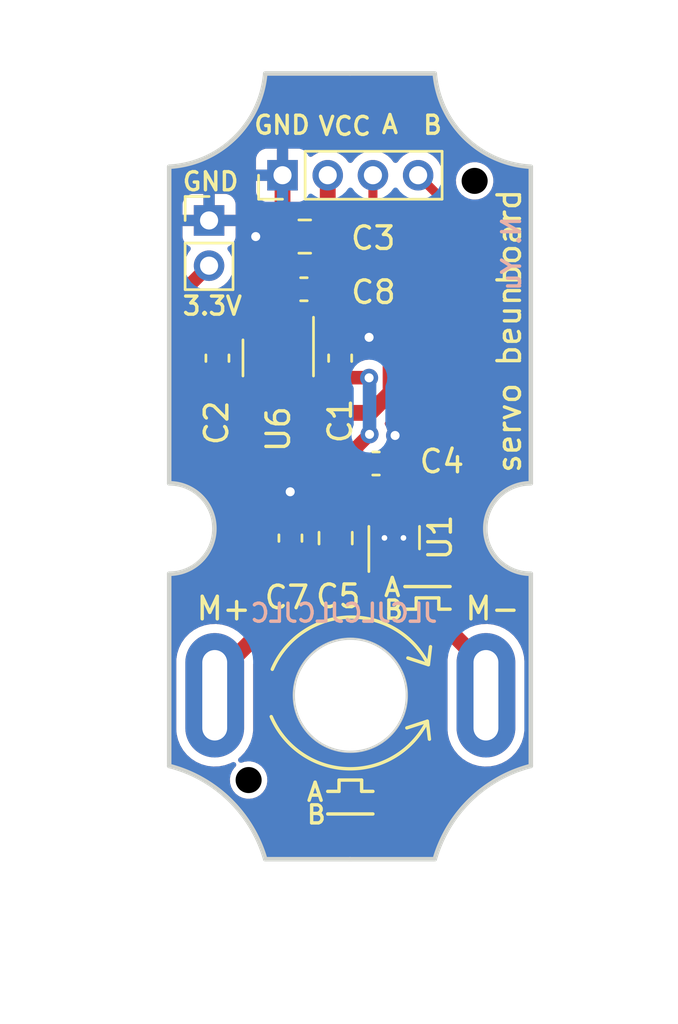
<source format=kicad_pcb>
(kicad_pcb (version 20221018) (generator pcbnew)
  (title_block (title "Servo Controller") (date "2023-05-01") (rev "v1"))
  (layers (0 "F.Cu" signal) (31 "B.Cu" signal) (34 "B.Paste" user) (35 "F.Paste" user) (36 "B.SilkS" user "B.Silkscreen") (37 "F.SilkS" user "F.Silkscreen") (38 "B.Mask" user) (39 "F.Mask" user) (44 "Edge.Cuts" user))
  (net 0 "")
  (net 1 "+3.3V")
  (net 2 "GND")
  (net 3 "VCC")
  (net 4 "Net-(U6-BYP)")
  (net 5 "/MOTOR_B")
  (net 6 "/MOTOR_A")
  (net 7 "Net-(M1-+)")
  (net 8 "Net-(M1--)")
  (footprint "Capacitor_SMD:C_0805_2012Metric_Pad1.18x1.45mm_HandSolder" (layer "F.Cu") (at 98.89 50.51)
    (fp_text reference "C3" (at 3.0275 0.07) (layer "F.SilkS"))
    (fp_text value "22uF")
    (fp_line (start -0.261252 -0.735) (end 0.261252 -0.735) (stroke (width 0.12)) (layer "F.SilkS"))
    (fp_line (start -0.261252 0.735) (end 0.261252 0.735) (stroke (width 0.12)) (layer "F.SilkS"))
    (pad "1" smd roundrect (at -1.0375 0) (size 1.175 1.45) (layers "F.Cu" "F.Paste" "F.Mask") (roundrect_rratio 0.2127659574) (net 2 "GND"))
    (pad "2" smd roundrect (at 1.0375 0) (size 1.175 1.45) (layers "F.Cu" "F.Paste" "F.Mask") (roundrect_rratio 0.2127659574) (net 3 "VCC"))
  )
  (footprint "Capacitor_SMD:C_0805_2012Metric_Pad1.18x1.45mm_HandSolder" (layer "F.Cu") (at 100.255878 63.847062 -90)
    (fp_text reference "C5" (at 2.572938 -0.114122) (layer "F.SilkS"))
    (fp_text value "10uF")
    (fp_line (start -0.261252 -0.735) (end 0.261252 -0.735) (stroke (width 0.12)) (layer "F.SilkS"))
    (fp_line (start -0.261252 0.735) (end 0.261252 0.735) (stroke (width 0.12)) (layer "F.SilkS"))
    (pad "1" smd roundrect (at -1.0375 0 270) (size 1.175 1.45) (layers "F.Cu" "F.Paste" "F.Mask") (roundrect_rratio 0.2127659574) (net 2 "GND"))
    (pad "2" smd roundrect (at 1.0375 0 270) (size 1.175 1.45) (layers "F.Cu" "F.Paste" "F.Mask") (roundrect_rratio 0.2127659574) (net 3 "VCC"))
  )
  (footprint "Capacitor_SMD:C_0603_1608Metric_Pad1.08x0.95mm_HandSolder" (layer "F.Cu") (at 100.455878 55.887062 90)
    (fp_text reference "C1" (at -2.7775 0 90) (layer "F.SilkS"))
    (fp_text value "1uF")
    (fp_line (start -0.146267 -0.51) (end 0.146267 -0.51) (stroke (width 0.12)) (layer "F.SilkS"))
    (fp_line (start -0.146267 0.51) (end 0.146267 0.51) (stroke (width 0.12)) (layer "F.SilkS"))
    (pad "1" smd roundrect (at -0.8625 0 90) (size 1.075 0.95) (layers "F.Cu" "F.Paste" "F.Mask") (net 1 "+3.3V"))
    (pad "2" smd roundrect (at 0.8625 0 90) (size 1.075 0.95) (layers "F.Cu" "F.Paste" "F.Mask") (net 2 "GND"))
  )
  (footprint "Package_SON:WSON-8-1EP_2x2mm_P0.5mm_EP0.9x1.6mm" (layer "F.Cu") (at 102.845878 63.827062 90)
    (fp_text reference "U1" (at 0.01 2.03 90) (layer "F.SilkS"))
    (fp_text value "DRV8212DSG")
    (fp_line (start -1.5 -1.12) (end 0.5 -1.12) (stroke (width 0.12)) (layer "F.SilkS"))
    (fp_line (start 0.5 1.12) (end -0.5 1.12) (stroke (width 0.12)) (layer "F.SilkS"))
    (pad "1" smd rect (at -0.95 -0.75 90) (size 0.5 0.25) (layers "F.Cu" "F.Paste" "F.Mask") (net 3 "VCC"))
    (pad "2" smd rect (at -0.95 -0.25 90) (size 0.5 0.25) (layers "F.Cu" "F.Paste" "F.Mask") (net 7 "Net-(M1-+)"))
    (pad "3" smd rect (at -0.95 0.25 90) (size 0.5 0.25) (layers "F.Cu" "F.Paste" "F.Mask") (net 8 "Net-(M1--)"))
    (pad "4" smd rect (at -0.95 0.75 90) (size 0.5 0.25) (layers "F.Cu" "F.Paste" "F.Mask") (net 2 "GND"))
    (pad "5" smd rect (at 0.95 0.75 90) (size 0.5 0.25) (layers "F.Cu" "F.Paste" "F.Mask") (net 5 "/MOTOR_B"))
    (pad "6" smd rect (at 0.95 0.25 90) (size 0.5 0.25) (layers "F.Cu" "F.Paste" "F.Mask") (net 6 "/MOTOR_A"))
    (pad "7" smd rect (at 0.95 -0.25 90) (size 0.5 0.25) (layers "F.Cu" "F.Paste" "F.Mask") (net 2 "GND"))
    (pad "8" smd rect (at 0.95 -0.75 90) (size 0.5 0.25) (layers "F.Cu" "F.Paste" "F.Mask") (net 1 "+3.3V"))
    (pad "9" smd rect (at 0 0 90) (size 0.9 1.6) (layers "F.Cu" "F.Mask") (net 2 "GND"))
  )
  (footprint "Capacitor_SMD:C_0603_1608Metric_Pad1.08x0.95mm_HandSolder" (layer "F.Cu") (at 98.8525 52.84 180)
    (fp_text reference "C8" (at -3.0775 -0.13) (layer "F.SilkS"))
    (fp_text value "1uF")
    (fp_line (start -0.146267 -0.51) (end 0.146267 -0.51) (stroke (width 0.12)) (layer "F.SilkS"))
    (fp_line (start -0.146267 0.51) (end 0.146267 0.51) (stroke (width 0.12)) (layer "F.SilkS"))
    (pad "1" smd roundrect (at -0.8625 0 180) (size 1.075 0.95) (layers "F.Cu" "F.Paste" "F.Mask") (net 3 "VCC"))
    (pad "2" smd roundrect (at 0.8625 0 180) (size 1.075 0.95) (layers "F.Cu" "F.Paste" "F.Mask") (net 2 "GND"))
  )
  (footprint "Connector_PinHeader_2.00mm:PinHeader_1x04_P2.00mm_Vertical" (layer "F.Cu") (at 97.905878 47.797062 90)
    (fp_text reference "J2" hide)
    (fp_text value "SERVO_INPUT")
    (fp_line (start -1.06 -1.06) (end 0 -1.06) (stroke (width 0.12)) (layer "F.SilkS"))
    (fp_line (start -1.06 0) (end -1.06 -1.06) (stroke (width 0.12)) (layer "F.SilkS"))
    (fp_line (start -1.06 1) (end -1.06 7.06) (stroke (width 0.12)) (layer "F.SilkS"))
    (fp_line (start -1.06 1) (end 1.06 1) (stroke (width 0.12)) (layer "F.SilkS"))
    (fp_line (start -1.06 7.06) (end 1.06 7.06) (stroke (width 0.12)) (layer "F.SilkS"))
    (fp_line (start 1.06 1) (end 1.06 7.06) (stroke (width 0.12)) (layer "F.SilkS"))
    (pad "1" thru_hole rect (at 0 0 90) (size 1.35 1.35) (drill 0.8) (layers "*.Cu" "*.Mask") (net 2 "GND"))
    (pad "2" thru_hole oval (at 0 2 90) (size 1.35 1.35) (drill 0.8) (layers "*.Cu" "*.Mask") (net 3 "VCC"))
    (pad "3" thru_hole oval (at 0 4 90) (size 1.35 1.35) (drill 0.8) (layers "*.Cu" "*.Mask") (net 6 "/MOTOR_A"))
    (pad "4" thru_hole oval (at 0 6 90) (size 1.35 1.35) (drill 0.8) (layers "*.Cu" "*.Mask") (net 5 "/MOTOR_B"))
  )
  (footprint "Capacitor_SMD:C_0603_1608Metric_Pad1.08x0.95mm_HandSolder" (layer "F.Cu") (at 102.043378 60.547062 180)
    (fp_text reference "C4" (at -2.9125 0.09) (layer "F.SilkS"))
    (fp_text value "100nF")
    (fp_line (start -0.146267 -0.51) (end 0.146267 -0.51) (stroke (width 0.12)) (layer "F.SilkS"))
    (fp_line (start -0.146267 0.51) (end 0.146267 0.51) (stroke (width 0.12)) (layer "F.SilkS"))
    (pad "1" smd roundrect (at -0.8625 0 180) (size 1.075 0.95) (layers "F.Cu" "F.Paste" "F.Mask") (net 2 "GND"))
    (pad "2" smd roundrect (at 0.8625 0 180) (size 1.075 0.95) (layers "F.Cu" "F.Paste" "F.Mask") (net 1 "+3.3V"))
  )
  (footprint "Package_TO_SOT_SMD:SOT-23-5" (layer "F.Cu") (at 97.715878 55.877062 -90)
    (fp_text reference "U6" (at 3.15 0 90) (layer "F.SilkS"))
    (fp_text value "SPX5205M5-L-3.3")
    (fp_line (start 0 -1.56) (end -1.8 -1.56) (stroke (width 0.12)) (layer "F.SilkS"))
    (fp_line (start 0 -1.56) (end 0.8 -1.56) (stroke (width 0.12)) (layer "F.SilkS"))
    (fp_line (start 0 1.56) (end -0.8 1.56) (stroke (width 0.12)) (layer "F.SilkS"))
    (fp_line (start 0 1.56) (end 0.8 1.56) (stroke (width 0.12)) (layer "F.SilkS"))
    (pad "1" smd roundrect (at -1.1375 -0.95 270) (size 1.325 0.6) (layers "F.Cu" "F.Paste" "F.Mask") (net 3 "VCC"))
    (pad "2" smd roundrect (at -1.1375 0 270) (size 1.325 0.6) (layers "F.Cu" "F.Paste" "F.Mask") (net 2 "GND"))
    (pad "3" smd roundrect (at -1.1375 0.95 270) (size 1.325 0.6) (layers "F.Cu" "F.Paste" "F.Mask") (net 3 "VCC"))
    (pad "4" smd roundrect (at 1.1375 0.95 270) (size 1.325 0.6) (layers "F.Cu" "F.Paste" "F.Mask") (net 4 "Net-(U6-BYP)"))
    (pad "5" smd roundrect (at 1.1375 -0.95 270) (size 1.325 0.6) (layers "F.Cu" "F.Paste" "F.Mask") (net 1 "+3.3V"))
  )
  (footprint "servo-hacking:JLC_ToolingHole" (layer "F.Cu") (at 96.405878 74.547062)
    (fp_text reference "H1" hide)
    (fp_text value "MountingHole")
    (pad "" np_thru_hole circle (at 0 0) (size 1.3 1.3) (drill 1.152) (layers "*.Mask"))
  )
  (footprint "Capacitor_SMD:C_0603_1608Metric_Pad1.08x0.95mm_HandSolder" (layer "F.Cu") (at 98.255878 63.847062 -90)
    (fp_text reference "C7" (at 2.622938 0.155878 -180) (layer "F.SilkS"))
    (fp_text value "100nF")
    (fp_line (start -0.146267 -0.51) (end 0.146267 -0.51) (stroke (width 0.12)) (layer "F.SilkS"))
    (fp_line (start -0.146267 0.51) (end 0.146267 0.51) (stroke (width 0.12)) (layer "F.SilkS"))
    (pad "1" smd roundrect (at -0.8625 0 270) (size 1.075 0.95) (layers "F.Cu" "F.Paste" "F.Mask") (net 2 "GND"))
    (pad "2" smd roundrect (at 0.8625 0 270) (size 1.075 0.95) (layers "F.Cu" "F.Paste" "F.Mask") (net 3 "VCC"))
  )
  (footprint "Connector_PinHeader_2.00mm:PinHeader_1x02_P2.00mm_Vertical" (layer "F.Cu") (at 94.655878 49.797062)
    (fp_text reference "J1" hide)
    (fp_text value "ANGLE_SENSOR")
    (fp_line (start -1.06 -1.06) (end 0 -1.06) (stroke (width 0.12)) (layer "F.SilkS"))
    (fp_line (start -1.06 0) (end -1.06 -1.06) (stroke (width 0.12)) (layer "F.SilkS"))
    (fp_line (start -1.06 1) (end -1.06 3.06) (stroke (width 0.12)) (layer "F.SilkS"))
    (fp_line (start -1.06 1) (end 1.06 1) (stroke (width 0.12)) (layer "F.SilkS"))
    (fp_line (start -1.06 3.06) (end 1.06 3.06) (stroke (width 0.12)) (layer "F.SilkS"))
    (fp_line (start 1.06 1) (end 1.06 3.06) (stroke (width 0.12)) (layer "F.SilkS"))
    (pad "1" thru_hole rect (at 0 0) (size 1.35 1.35) (drill 0.8) (layers "*.Cu" "*.Mask") (net 2 "GND"))
    (pad "2" thru_hole oval (at 0 2) (size 1.35 1.35) (drill 0.8) (layers "*.Cu" "*.Mask") (net 1 "+3.3V"))
  )
  (footprint "servo-hacking:JLC_ToolingHole" (layer "F.Cu") (at 106.405878 48.047062)
    (fp_text reference "H2" hide)
    (fp_text value "MountingHole")
    (pad "" np_thru_hole circle (at 0 0) (size 1.3 1.3) (drill 1.152) (layers "*.Mask"))
  )
  (footprint "servo-hacking:MOTOR_RK-130SH" (layer "F.Cu") (at 100.905878 70.797062)
    (fp_text reference "M1" hide)
    (fp_text value "Motor_DC")
    (fp_circle (center 0 0) (end 2.5 0) (stroke (width 0.1)) (fill none) (layer "Edge.Cuts"))
    (pad "1" thru_hole oval (at -6 0) (size 2.6 5.5) (drill oval 1.1 4) (layers "*.Cu" "*.Mask") (net 7 "Net-(M1-+)"))
    (pad "2" thru_hole oval (at 6 0) (size 2.6 5.5) (drill oval 1.1 4) (layers "*.Cu" "*.Mask") (net 8 "Net-(M1--)"))
  )
  (footprint "Capacitor_SMD:C_0603_1608Metric_Pad1.08x0.95mm_HandSolder" (layer "F.Cu") (at 95.025878 55.889562 -90)
    (fp_text reference "C2" (at 2.8575 0.04 90) (layer "F.SilkS"))
    (fp_text value "10nF")
    (fp_line (start -0.146267 -0.51) (end 0.146267 -0.51) (stroke (width 0.12)) (layer "F.SilkS"))
    (fp_line (start -0.146267 0.51) (end 0.146267 0.51) (stroke (width 0.12)) (layer "F.SilkS"))
    (pad "1" smd roundrect (at -0.8625 0 270) (size 1.075 0.95) (layers "F.Cu" "F.Paste" "F.Mask") (net 3 "VCC"))
    (pad "2" smd roundrect (at 0.8625 0 270) (size 1.075 0.95) (layers "F.Cu" "F.Paste" "F.Mask") (net 4 "Net-(U6-BYP)"))
  )
  (gr_line (start 103.82 66.99) (end 103.82 66.49) (stroke (width 0.15)) (layer "F.SilkS"))
  (gr_line (start 104.311755 71.943755) (end 104.405878 72.740817) (stroke (width 0.15)) (layer "F.SilkS"))
  (gr_line (start 99.905878 76.047062) (end 101.905878 76.047062) (stroke (width 0.15)) (layer "F.SilkS"))
  (gr_arc (start 104.311755 71.943755) (mid 100.794027 74.04706) (end 97.405879 71.740817) (stroke (width 0.15)) (layer "F.SilkS"))
  (gr_line (start 100.405878 74.547062) (end 101.405878 74.547062) (stroke (width 0.15)) (layer "F.SilkS"))
  (gr_line (start 100.405878 75.047062) (end 100.405878 74.547062) (stroke (width 0.15)) (layer "F.SilkS"))
  (gr_line (start 101.405878 75.047062) (end 101.905878 75.047062) (stroke (width 0.15)) (layer "F.SilkS"))
  (gr_line (start 103.82 66.49) (end 104.82 66.49) (stroke (width 0.15)) (layer "F.SilkS"))
  (gr_line (start 103.32 66.99) (end 103.82 66.99) (stroke (width 0.15)) (layer "F.SilkS"))
  (gr_line (start 104.358816 69.445593) (end 103.452939 69.148531) (stroke (width 0.15)) (layer "F.SilkS"))
  (gr_line (start 104.311755 71.943755) (end 103.405878 72.240817) (stroke (width 0.15)) (layer "F.SilkS"))
  (gr_line (start 104.358816 69.445593) (end 104.452939 68.648531) (stroke (width 0.15)) (layer "F.SilkS"))
  (gr_arc (start 97.45294 69.648531) (mid 100.841087 67.342288) (end 104.358816 69.445593) (stroke (width 0.15)) (layer "F.SilkS"))
  (gr_line (start 101.405878 74.547062) (end 101.405878 75.047062) (stroke (width 0.15)) (layer "F.SilkS"))
  (gr_line (start 104.82 66.49) (end 104.82 66.99) (stroke (width 0.15)) (layer "F.SilkS"))
  (gr_line (start 103.32 65.99) (end 105.32 65.99) (stroke (width 0.15)) (layer "F.SilkS"))
  (gr_line (start 104.82 66.99) (end 105.32 66.99) (stroke (width 0.15)) (layer "F.SilkS"))
  (gr_line (start 99.905878 75.047062) (end 100.405878 75.047062) (stroke (width 0.15)) (layer "F.SilkS"))
  (gr_line (start 100.891311 43.297062) (end 104.641311 43.297062) (stroke (width 0.2)) (layer "Edge.Cuts"))
  (gr_arc (start 92.891311 61.422062) (mid 94.891278 63.422062) (end 92.891311 65.422062) (stroke (width 0.2)) (layer "Edge.Cuts"))
  (gr_line (start 100.891311 43.297062) (end 97.141311 43.297062) (stroke (width 0.2)) (layer "Edge.Cuts"))
  (gr_arc (start 104.641311 78.047062) (mid 106.21871 75.420357) (end 108.891311 73.922062) (stroke (width 0.2)) (layer "Edge.Cuts"))
  (gr_arc (start 108.891311 65.422062) (mid 106.891278 63.422062) (end 108.891311 61.422062) (stroke (width 0.2)) (layer "Edge.Cuts"))
  (gr_line (start 100.891311 78.047062) (end 104.641311 78.047062) (stroke (width 0.2)) (layer "Edge.Cuts"))
  (gr_line (start 108.891311 73.922062) (end 108.891311 65.422062) (stroke (width 0.2)) (layer "Edge.Cuts"))
  (gr_line (start 92.891311 73.922062) (end 92.891311 65.422062) (stroke (width 0.2)) (layer "Edge.Cuts"))
  (gr_arc (start 97.141311 43.297062) (mid 95.786054 46.152631) (end 92.891311 47.422062) (stroke (width 0.2)) (layer "Edge.Cuts"))
  (gr_line (start 108.891311 61.422062) (end 108.891311 47.422062) (stroke (width 0.2)) (layer "Edge.Cuts"))
  (gr_line (start 100.891311 78.047062) (end 97.141311 78.047062) (stroke (width 0.2)) (layer "Edge.Cuts"))
  (gr_line (start 92.891311 61.422062) (end 92.891311 47.422062) (stroke (width 0.2)) (layer "Edge.Cuts"))
  (gr_arc (start 108.891311 47.422062) (mid 105.996533 46.152651) (end 104.641311 43.297062) (stroke (width 0.2)) (layer "Edge.Cuts"))
  (gr_arc (start 92.891311 73.922062) (mid 95.563889 75.420386) (end 97.141311 78.047062) (stroke (width 0.2)) (layer "Edge.Cuts"))
  (gr_text "JLCJLCJLCJLC" (at 104.835878 67.627062) (layer "B.SilkS") (effects (font (size 0.8 0.8)) (justify left bottom mirror)))
  (gr_text "N. Yu" (at 108.5 49.547062 90) (layer "B.SilkS") (effects (font (size 0.8 0.8)) (justify left bottom mirror)))
  (gr_text "GND" (at 96.565878 46.047062) (layer "F.SilkS") (effects (font (size 0.8 0.8)) (justify left bottom)))
  (gr_text "B" (at 98.905878 76.547062) (layer "F.SilkS") (effects (font (size 0.8 0.8)) (justify left bottom)))
  (gr_text "3.3V" (at 93.405878 54.047062) (layer "F.SilkS") (effects (font (size 0.8 0.8) (thickness 0.15) bold) (justify left bottom)))
  (gr_text "VCC" (at 99.415878 46.097062) (layer "F.SilkS") (effects (font (size 0.8 0.8)) (justify left bottom)))
  (gr_text "A" (at 102.32 66.49) (layer "F.SilkS") (effects (font (size 0.8 0.8)) (justify left bottom)))
  (gr_text "A" (at 98.905878 75.547062) (layer "F.SilkS") (effects (font (size 0.8 0.8)) (justify left bottom)))
  (gr_text "B" (at 102.32 67.49) (layer "F.SilkS") (effects (font (size 0.8 0.8)) (justify left bottom)))
  (gr_text "M+" (at 94.015878 67.547062) (layer "F.SilkS") (effects (font (size 1 1)) (justify left bottom)))
  (gr_text "GND" (at 93.405878 48.547062) (layer "F.SilkS") (effects (font (size 0.8 0.8)) (justify left bottom)))
  (gr_text "servo beunboard" (at 108.52 61.047062 90) (layer "F.SilkS") (effects (font (size 1 1)) (justify left bottom)))
  (gr_text "B" (at 104.045878 46.047062) (layer "F.SilkS") (effects (font (size 0.8 0.8)) (justify left bottom)))
  (gr_text "M-" (at 105.905878 67.547062) (layer "F.SilkS") (effects (font (size 1 1)) (justify left bottom)))
  (gr_text "A" (at 102.215878 46.017062) (layer "F.SilkS") (effects (font (size 0.8 0.8)) (justify left bottom)))
  (segment (start 101.86 61.94) (end 101.86 61.051184) (width 0.4) (layer "F.Cu") (net 1))
  (segment (start 101.180878 59.832062) (end 101.755878 59.257062) (width 0.6) (layer "F.Cu") (net 1))
  (segment (start 101.728878 56.749562) (end 100.455878 56.749562) (width 0.6) (layer "F.Cu") (net 1))
  (segment (start 102.095878 62.175878) (end 102.095878 62.877062) (width 0.3) (layer "F.Cu") (net 1))
  (segment (start 101.355878 60.547062) (end 101.180878 60.547062) (width 0.4) (layer "F.Cu") (net 1))
  (segment (start 101.736378 56.757062) (end 101.728878 56.749562) (width 0.6) (layer "F.Cu") (net 1))
  (segment (start 101.180878 60.547062) (end 101.180878 59.832062) (width 0.6) (layer "F.Cu") (net 1))
  (segment (start 101.86 61.051184) (end 101.355878 60.547062) (width 0.4) (layer "F.Cu") (net 1))
  (segment (start 94.575878 58.467062) (end 99.085878 58.467062) (width 0.6) (layer "F.Cu") (net 1))
  (segment (start 101.86 61.94) (end 102.095878 62.175878) (width 0.3) (layer "F.Cu") (net 1))
  (segment (start 98.665878 57.014562) (end 100.190878 57.014562) (width 0.6) (layer "F.Cu") (net 1))
  (segment (start 99.085878 58.467062) (end 100.455878 57.097062) (width 0.6) (layer "F.Cu") (net 1))
  (segment (start 100.190878 57.014562) (end 100.455878 56.749562) (width 0.6) (layer "F.Cu") (net 1))
  (segment (start 93.705878 57.597062) (end 94.575878 58.467062) (width 0.6) (layer "F.Cu") (net 1))
  (segment (start 94.655878 51.797062) (end 93.705878 52.747062) (width 0.6) (layer "F.Cu") (net 1))
  (segment (start 100.455878 57.097062) (end 100.455878 56.749562) (width 0.6) (layer "F.Cu") (net 1))
  (segment (start 93.705878 52.747062) (end 93.705878 57.597062) (width 0.6) (layer "F.Cu") (net 1))
  (via (at 101.755878 59.257062) (size 0.8) (drill 0.4) (layers "F.Cu" "B.Cu") (net 1))
  (via (at 101.736378 56.757062) (size 0.8) (drill 0.4) (layers "F.Cu" "B.Cu") (net 1))
  (segment (start 101.736378 56.757062) (end 101.755878 56.776562) (width 0.6) (layer "B.Cu") (net 1))
  (segment (start 101.755878 56.776562) (end 101.755878 59.257062) (width 0.6) (layer "B.Cu") (net 1))
  (segment (start 100.255878 62.809562) (end 101.283378 63.837062) (width 0.6) (layer "F.Cu") (net 2))
  (segment (start 96.72 50.51) (end 97.8525 50.51) (width 0.6) (layer "F.Cu") (net 2))
  (segment (start 98.898378 62.984562) (end 99.075878 62.807062) (width 0.7) (layer "F.Cu") (net 2))
  (segment (start 97.905878 50.456622) (end 97.8525 50.51) (width 0.7) (layer "F.Cu") (net 2))
  (segment (start 98.255878 62.984562) (end 98.898378 62.984562) (width 0.7) (layer "F.Cu") (net 2))
  (segment (start 102.335878 63.827062) (end 102.415878 63.837062) (width 0.3) (layer "F.Cu") (net 2))
  (segment (start 102.595878 61.517062) (end 102.595878 62.877062) (width 0.3) (layer "F.Cu") (net 2))
  (segment (start 102.905878 59.327062) (end 102.885878 59.307062) (width 0.4) (layer "F.Cu") (net 2))
  (segment (start 103.595878 64.177062) (end 103.255878 63.837062) (width 0.3) (layer "F.Cu") (net 2))
  (segment (start 99.078378 62.809562) (end 100.255878 62.809562) (width 0.7) (layer "F.Cu") (net 2))
  (segment (start 99.075878 62.807062) (end 99.078378 62.809562) (width 0.7) (layer "F.Cu") (net 2))
  (segment (start 97.715878 53.574122) (end 97.99 53.3) (width 0.6) (layer "F.Cu") (net 2))
  (segment (start 102.905878 60.547062) (end 102.905878 59.327062) (width 0.4) (layer "F.Cu") (net 2))
  (segment (start 97.99 51.95) (end 97.99 52.84) (width 0.7) (layer "F.Cu") (net 2))
  (segment (start 97.715878 54.739562) (end 97.715878 53.574122) (width 0.6) (layer "F.Cu") (net 2))
  (segment (start 103.255878 63.837062) (end 103.255878 63.737062) (width 0.3) (layer "F.Cu") (net 2))
  (segment (start 97.905878 47.797062) (end 97.905878 50.456622) (width 0.7) (layer "F.Cu") (net 2))
  (segment (start 100.513378 54.967062) (end 100.455878 55.024562) (width 0.6) (layer "F.Cu") (net 2))
  (segment (start 102.345878 63.827062) (end 102.335878 63.827062) (width 0.3) (layer "F.Cu") (net 2))
  (segment (start 97.99 53.3) (end 97.99 52.84) (width 0.6) (layer "F.Cu") (net 2))
  (segment (start 102.595878 63.577062) (end 102.845878 63.827062) (width 0.3) (layer "F.Cu") (net 2))
  (segment (start 97.8525 51.8125) (end 97.99 51.95) (width 0.7) (layer "F.Cu") (net 2))
  (segment (start 102.905878 61.207062) (end 102.905878 60.547062) (width 0.4) (layer "F.Cu") (net 2))
  (segment (start 101.283378 63.837062) (end 102.415878 63.837062) (width 0.6) (layer "F.Cu") (net 2))
  (segment (start 103.255878 63.737062) (end 103.345878 63.827062) (width 0.3) (layer "F.Cu") (net 2))
  (segment (start 98.245878 61.797062) (end 98.245878 62.974562) (width 0.7) (layer "F.Cu") (net 2))
  (segment (start 102.595878 61.517062) (end 102.905878 61.207062) (width 0.4) (layer "F.Cu") (net 2))
  (segment (start 102.595878 62.877062) (end 102.595878 63.577062) (width 0.3) (layer "F.Cu") (net 2))
  (segment (start 103.595878 64.777062) (end 103.595878 64.177062) (width 0.3) (layer "F.Cu") (net 2))
  (segment (start 102.415878 63.837062) (end 102.355878 63.827062) (width 0.3) (layer "F.Cu") (net 2))
  (segment (start 103.355878 63.837062) (end 103.255878 63.837062) (width 0.3) (layer "F.Cu") (net 2))
  (segment (start 98.245878 62.974562) (end 98.255878 62.984562) (width 0.7) (layer "F.Cu") (net 2))
  (segment (start 97.8525 50.51) (end 97.8525 51.8125) (width 0.7) (layer "F.Cu") (net 2))
  (segment (start 101.735878 54.967062) (end 100.513378 54.967062) (width 0.6) (layer "F.Cu") (net 2))
  (via (at 98.245878 61.797062) (size 0.8) (drill 0.4) (layers "F.Cu" "B.Cu") (net 2))
  (via (at 103.255878 63.837062) (size 0.6) (drill 0.25) (layers "F.Cu" "B.Cu") (net 2))
  (via (at 102.885878 59.307062) (size 0.8) (drill 0.4) (layers "F.Cu" "B.Cu") (net 2))
  (via (at 102.415878 63.837062) (size 0.6) (drill 0.25) (layers "F.Cu" "B.Cu") (net 2))
  (via (at 101.735878 54.967062) (size 0.8) (drill 0.4) (layers "F.Cu" "B.Cu") (net 2))
  (via (at 96.72 50.51) (size 0.8) (drill 0.4) (layers "F.Cu" "B.Cu") (net 2))
  (segment (start 100.138816 50.51) (end 102.685878 53.057062) (width 0.7) (layer "F.Cu") (net 3))
  (segment (start 96.805878 61.427062) (end 96.805878 63.977062) (width 0.7) (layer "F.Cu") (net 3))
  (segment (start 98.196639 55.902062) (end 97.296639 55.902062) (width 0.6) (layer "F.Cu") (net 3))
  (segment (start 97.296639 55.902062) (end 96.765878 55.371301) (width 0.6) (layer "F.Cu") (net 3))
  (segment (start 100.363378 64.777062) (end 101.945878 64.777062) (width 0.6) (layer "F.Cu") (net 3))
  (segment (start 99.905878 47.797062) (end 99.905878 50.488378) (width 0.7) (layer "F.Cu") (net 3))
  (segment (start 99.9275 51.6425) (end 99.715 51.855) (width 0.7) (layer "F.Cu") (net 3))
  (segment (start 95.832938 55.027062) (end 95.025878 55.027062) (width 0.6) (layer "F.Cu") (net 3))
  (segment (start 98.665878 54.739562) (end 98.665878 55.432823) (width 0.6) (layer "F.Cu") (net 3))
  (segment (start 98.255878 64.709562) (end 98.938378 64.709562) (width 0.7) (layer "F.Cu") (net 3))
  (segment (start 99.905878 50.488378) (end 99.9275 50.51) (width 0.7) (layer "F.Cu") (net 3))
  (segment (start 102.685878 53.057062) (end 102.685878 57.407062) (width 0.7) (layer "F.Cu") (net 3))
  (segment (start 96.765878 54.739562) (end 96.120438 54.739562) (width 0.6) (layer "F.Cu") (net 3))
  (segment (start 98.665878 55.432823) (end 98.196639 55.902062) (width 0.6) (layer "F.Cu") (net 3))
  (segment (start 99.715 51.855) (end 99.715 52.84) (width 0.7) (layer "F.Cu") (net 3))
  (segment (start 96.805878 63.977062) (end 97.538378 64.709562) (width 0.7) (layer "F.Cu") (net 3))
  (segment (start 98.475878 60.587062) (end 97.645878 60.587062) (width 0.7) (layer "F.Cu") (net 3))
  (segment (start 97.538378 64.709562) (end 98.255878 64.709562) (width 0.7) (layer "F.Cu") (net 3))
  (segment (start 99.9275 50.51) (end 100.138816 50.51) (width 0.7) (layer "F.Cu") (net 3))
  (segment (start 98.665878 53.889122) (end 98.665878 54.739562) (width 0.6) (layer "F.Cu") (net 3))
  (segment (start 96.765878 55.371301) (end 96.765878 54.739562) (width 0.6) (layer "F.Cu") (net 3))
  (segment (start 99.113378 64.884562) (end 100.255878 64.884562) (width 0.7) (layer "F.Cu") (net 3))
  (segment (start 100.755878 58.307062) (end 98.475878 60.587062) (width 0.7) (layer "F.Cu") (net 3))
  (segment (start 99.9275 50.51) (end 99.9275 51.6425) (width 0.7) (layer "F.Cu") (net 3))
  (segment (start 97.645878 60.587062) (end 96.805878 61.427062) (width 0.7) (layer "F.Cu") (net 3))
  (segment (start 101.785878 58.307062) (end 100.755878 58.307062) (width 0.7) (layer "F.Cu") (net 3))
  (segment (start 102.685878 57.407062) (end 101.785878 58.307062) (width 0.7) (layer "F.Cu") (net 3))
  (segment (start 96.120438 54.739562) (end 95.832938 55.027062) (width 0.6) (layer "F.Cu") (net 3))
  (segment (start 98.938378 64.709562) (end 99.113378 64.884562) (width 0.7) (layer "F.Cu") (net 3))
  (segment (start 100.363378 64.777062) (end 100.255878 64.884562) (width 0.3) (layer "F.Cu") (net 3))
  (segment (start 99.715 52.84) (end 98.665878 53.889122) (width 0.6) (layer "F.Cu") (net 3))
  (segment (start 95.025878 56.752062) (end 96.503378 56.752062) (width 0.3) (layer "F.Cu") (net 4))
  (segment (start 96.503378 56.752062) (end 96.765878 57.014562) (width 0.3) (layer "F.Cu") (net 4))
  (segment (start 105.080878 60.932062) (end 104.095878 61.917062) (width 0.4) (layer "F.Cu") (net 5))
  (segment (start 105.080878 48.972062) (end 105.080878 60.932062) (width 0.4) (layer "F.Cu") (net 5))
  (segment (start 103.905878 47.797062) (end 105.080878 48.972062) (width 0.4) (layer "F.Cu") (net 5))
  (segment (start 103.595878 62.417062) (end 104.095878 61.917062) (width 0.3) (layer "F.Cu") (net 5))
  (segment (start 103.595878 62.877062) (end 103.595878 62.417062) (width 0.3) (layer "F.Cu") (net 5))
  (segment (start 101.905878 49.547062) (end 101.905878 48.047062) (width 0.4) (layer "F.Cu") (net 6))
  (segment (start 103.843378 51.484562) (end 101.905878 49.547062) (width 0.4) (layer "F.Cu") (net 6))
  (segment (start 103.843378 61.269562) (end 103.843378 51.484562) (width 0.4) (layer "F.Cu") (net 6))
  (segment (start 103.245878 61.867062) (end 103.843378 61.269562) (width 0.4) (layer "F.Cu") (net 6))
  (segment (start 103.095878 62.017062) (end 103.245878 61.867062) (width 0.3) (layer "F.Cu") (net 6))
  (segment (start 103.095878 62.877062) (end 103.095878 62.017062) (width 0.3) (layer "F.Cu") (net 6))
  (segment (start 101.905878 48.047062) (end 102.155878 47.797062) (width 0.4) (layer "F.Cu") (net 6))
  (segment (start 101.425878 66.887062) (end 98.025878 66.887062) (width 0.7) (layer "F.Cu") (net 7))
  (segment (start 102.595878 65.717062) (end 102.595878 64.777062) (width 0.3) (layer "F.Cu") (net 7))
  (segment (start 102.170878 66.142062) (end 101.425878 66.887062) (width 0.7) (layer "F.Cu") (net 7))
  (segment (start 94.905878 70.007062) (end 94.905878 70.797062) (width 0.7) (layer "F.Cu") (net 7))
  (segment (start 98.025878 66.887062) (end 94.905878 70.007062) (width 0.7) (layer "F.Cu") (net 7))
  (segment (start 102.170878 66.142062) (end 102.595878 65.717062) (width 0.3) (layer "F.Cu") (net 7))
  (segment (start 103.430878 66.082062) (end 106.905878 69.557062) (width 0.7) (layer "F.Cu") (net 8))
  (segment (start 106.905878 69.557062) (end 106.905878 70.047062) (width 0.7) (layer "F.Cu") (net 8))
  (segment (start 103.430878 66.082062) (end 103.095878 65.747062) (width 0.3) (layer "F.Cu") (net 8))
  (segment (start 103.095878 65.747062) (end 103.095878 64.777062) (width 0.3) (layer "F.Cu") (net 8))
  (zone (net 2) (net_name "GND") (layers "F&B.Cu") (connect_pads (clearance 0.4)) (min_thickness 0.25) (fill yes (thermal_gap 0.5) (thermal_bridge_width 0.5))
    (polygon (pts (xy 85.405878 40.047062) (xy 115.405878 40.047062) (xy 115.405878 80.047062) (xy 85.405878 80.047062)))
  )
)
</source>
